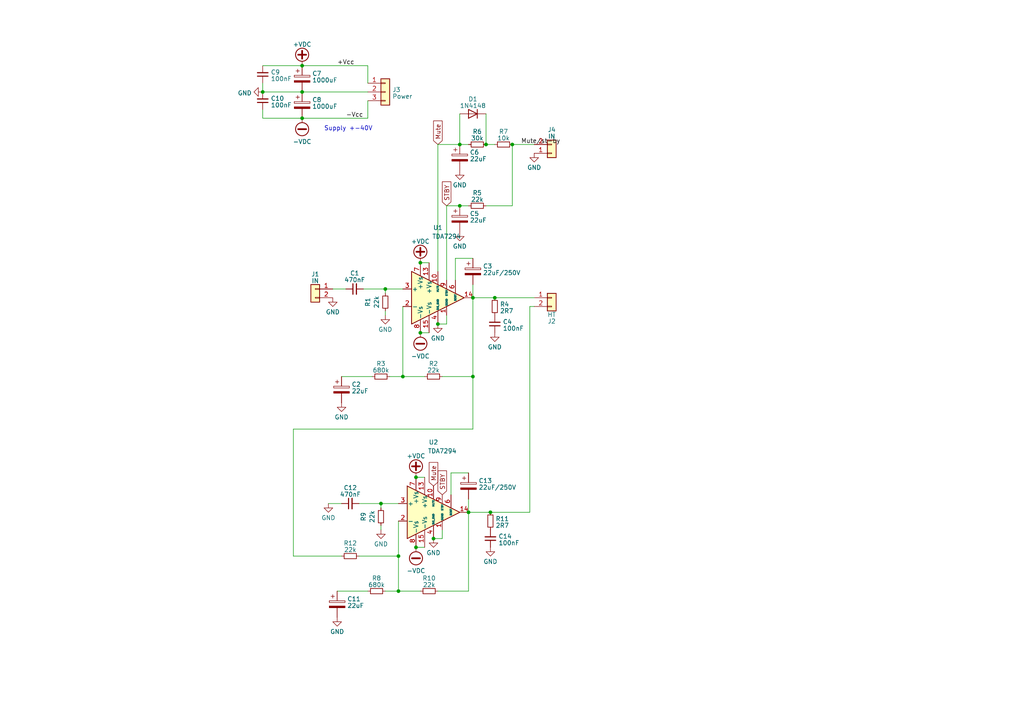
<source format=kicad_sch>
(kicad_sch (version 20231120) (generator "eeschema") (generator_version "8.0")
  (paper "A4")
  (lib_symbols
    (symbol "Amplifier_Audio:TDA7294" (pin_names (offset 0.127))
      (property "Reference" "U" (at 10.16 6.35 0))
      (property "Value" "TDA7294" (at 10.16 3.81 0))
      (symbol "TDA7294_0_1"
        (polyline (pts (xy -7.62 7.62) (xy 7.62 0) (xy -7.62 -7.62) (xy -7.62 7.62)) (stroke (width 0.254)) (fill (type background)))
      )
      (symbol "TDA7294_1_1"
        (pin power_in line (at 2.54 -5.08 90) (length 2.54) (name "SGND") (number "1"))
        (pin input line (at 0 7.62 270) (length 3.81) (name "MUTE") (number "10"))
        (pin no_connect line (at 0 2.54 270) (length 2.54) hide (name "NC") (number "11"))
        (pin no_connect line (at 2.54 2.54 270) (length 2.54) hide (name "NC") (number "12"))
        (pin power_in line (at -2.54 10.16 270) (length 5.08) (name "+Vs") (number "13"))
        (pin output line (at 10.16 0 180) (length 2.54) (name "~") (number "14"))
        (pin power_in line (at -2.54 -10.16 90) (length 5.08) (name "-Vs") (number "15"))
        (pin input line (at -10.16 -2.54 0) (length 2.54) (name "-") (number "2"))
        (pin input line (at -10.16 2.54 0) (length 2.54) (name "+") (number "3"))
        (pin power_in line (at 0 -7.62 90) (length 3.81) (name "SIG_GND") (number "4"))
        (pin no_connect line (at -2.54 2.54 270) (length 2.54) hide (name "NC") (number "5"))
        (pin passive line (at 5.08 5.08 270) (length 3.81) (name "BOOT") (number "6"))
        (pin power_in line (at -5.08 10.16 270) (length 3.81) (name "+Vs") (number "7"))
        (pin power_in line (at -5.08 -10.16 90) (length 3.81) (name "-Vs") (number "8"))
        (pin input line (at 2.54 5.08 270) (length 2.54) (name "STBY") (number "9"))
      )
    )
    (symbol "Connector_Generic:Conn_01x02" (pin_names (offset 1.016) hide)
      (property "Reference" "J" (at 0 2.54 0))
      (property "Value" "Conn_01x02" (at 0 -5.08 0))
      (symbol "Conn_01x02_1_1"
        (rectangle (start -1.27 -2.413) (end 0 -2.667) (stroke (width 0.1524)))
        (rectangle (start -1.27 0.127) (end 0 -0.127) (stroke (width 0.1524)))
        (rectangle (start -1.27 1.27) (end 1.27 -3.81) (stroke (width 0.254)) (fill (type background)))
        (pin passive line (at -5.08 0 0) (length 3.81) (name "Pin_1") (number "1"))
        (pin passive line (at -5.08 -2.54 0) (length 3.81) (name "Pin_2") (number "2"))
      )
    )
    (symbol "Connector_Generic:Conn_01x03" (pin_names (offset 1.016) hide)
      (property "Reference" "J" (at 0 5.08 0))
      (property "Value" "Conn_01x03" (at 0 -5.08 0))
      (symbol "Conn_01x03_1_1"
        (rectangle (start -1.27 -2.413) (end 0 -2.667) (stroke (width 0.1524)))
        (rectangle (start -1.27 0.127) (end 0 -0.127) (stroke (width 0.1524)))
        (rectangle (start -1.27 2.667) (end 0 2.413) (stroke (width 0.1524)))
        (rectangle (start -1.27 3.81) (end 1.27 -3.81) (stroke (width 0.254)) (fill (type background)))
        (pin passive line (at -5.08 2.54 0) (length 3.81) (name "Pin_1") (number "1"))
        (pin passive line (at -5.08 0 0) (length 3.81) (name "Pin_2") (number "2"))
        (pin passive line (at -5.08 -2.54 0) (length 3.81) (name "Pin_3") (number "3"))
      )
    )
    (symbol "Device:C_Polarized" (pin_numbers hide) (pin_names (offset 0.254))
      (property "Reference" "C" (at 0.635 2.54 0))
      (property "Value" "C_Polarized" (at 0.635 -2.54 0))
      (symbol "C_Polarized_0_1"
        (rectangle (start -2.286 0.508) (end 2.286 1.016))
        (polyline (pts (xy -1.778 2.286) (xy -0.762 2.286)))
        (polyline (pts (xy -1.27 2.794) (xy -1.27 1.778)))
        (rectangle (start 2.286 -0.508) (end -2.286 -1.016) (fill (type outline)))
      )
      (symbol "C_Polarized_1_1"
        (pin passive line (at 0 3.81 270) (length 2.794) (name "~") (number "1"))
        (pin passive line (at 0 -3.81 90) (length 2.794) (name "~") (number "2"))
      )
    )
    (symbol "Device:C_Small" (pin_numbers hide) (pin_names (offset 0.254) hide)
      (property "Reference" "C" (at 0.254 1.778 0))
      (property "Value" "C_Small" (at 0.254 -2.032 0))
      (symbol "C_Small_0_1"
        (polyline (pts (xy -1.524 -0.508) (xy 1.524 -0.508)) (stroke (width 0.3302)))
        (polyline (pts (xy -1.524 0.508) (xy 1.524 0.508)) (stroke (width 0.3048)))
      )
      (symbol "C_Small_1_1"
        (pin passive line (at 0 2.54 270) (length 2.032) (name "~") (number "1"))
        (pin passive line (at 0 -2.54 90) (length 2.032) (name "~") (number "2"))
      )
    )
    (symbol "Device:R_Small" (pin_numbers hide) (pin_names (offset 0.254) hide)
      (property "Reference" "R" (at 0.762 0.508 0))
      (property "Value" "R_Small" (at 0.762 -1.016 0))
      (symbol "R_Small_0_1"
        (rectangle (start -0.762 1.778) (end 0.762 -1.778) (stroke (width 0.2032)))
      )
      (symbol "R_Small_1_1"
        (pin passive line (at 0 2.54 270) (length 0.762) (name "~") (number "1"))
        (pin passive line (at 0 -2.54 90) (length 0.762) (name "~") (number "2"))
      )
    )
    (symbol "Diode:1N4148" (pin_numbers hide) (pin_names hide)
      (property "Reference" "D" (at 0 2.54 0))
      (property "Value" "1N4148" (at 0 -2.54 0))
      (symbol "1N4148_0_1"
        (polyline (pts (xy -1.27 1.27) (xy -1.27 -1.27)) (stroke (width 0.254)))
        (polyline (pts (xy 1.27 0) (xy -1.27 0)))
        (polyline (pts (xy 1.27 1.27) (xy 1.27 -1.27) (xy -1.27 0) (xy 1.27 1.27)) (stroke (width 0.254)))
      )
      (symbol "1N4148_1_1"
        (pin passive line (at -3.81 0 0) (length 2.54) (name "K") (number "1"))
        (pin passive line (at 3.81 0 180) (length 2.54) (name "A") (number "2"))
      )
    )
    (symbol "power:+VDC" (power) (pin_names (offset 0))
      (property "Value" "+VDC" (at 0 6.35 0))
      (symbol "+VDC_0_1"
        (polyline (pts (xy -1.143 3.175) (xy 1.143 3.175)) (stroke (width 0.508)))
        (polyline (pts (xy 0 0) (xy 0 1.27)))
        (polyline (pts (xy 0 2.032) (xy 0 4.318)) (stroke (width 0.508)))
        (circle (center 0 3.175) (radius 1.905) (stroke (width 0.254)))
      )
      (symbol "+VDC_1_1"
        (pin power_in line (at 0 0 90) (length 0) hide (name "+VDC") (number "1"))
      )
    )
    (symbol "power:-VDC" (power) (pin_names (offset 0))
      (property "Value" "-VDC" (at 0 6.35 0))
      (symbol "-VDC_0_1"
        (polyline (pts (xy -1.143 3.175) (xy 1.143 3.175)) (stroke (width 0.508)))
        (polyline (pts (xy 0 0) (xy 0 1.27)))
        (circle (center 0 3.175) (radius 1.905) (stroke (width 0.254)))
      )
      (symbol "-VDC_1_1"
        (pin power_in line (at 0 0 90) (length 0) hide (name "-VDC") (number "1"))
      )
    )
    (symbol "power:GND" (power) (pin_names (offset 0))
      (property "Value" "GND" (at 0 -3.81 0))
      (symbol "GND_0_1"
        (polyline (pts (xy 0 0) (xy 0 -1.27) (xy 1.27 -1.27) (xy 0 -2.54) (xy -1.27 -1.27) (xy 0 -1.27)))
      )
      (symbol "GND_1_1"
        (pin power_in line (at 0 0 270) (length 0) hide (name "GND") (number "1"))
      )
    )
  )
  (junction (at 127 93.98))
  (junction (at 111.76 83.82))
  (junction (at 110.49 146.05))
  (junction (at 140.97 41.91))
  (junction (at 87.63 19.05))
  (junction (at 133.35 59.69))
  (junction (at 115.57 161.29))
  (junction (at 115.57 171.45))
  (junction (at 137.16 109.22))
  (junction (at 120.65 158.75))
  (junction (at 87.63 34.29))
  (junction (at 87.63 26.67))
  (junction (at 121.92 96.52))
  (junction (at 143.51 86.36))
  (junction (at 120.65 138.43))
  (junction (at 135.89 148.59))
  (junction (at 121.92 76.2))
  (junction (at 76.2 26.67))
  (junction (at 125.73 156.21))
  (junction (at 133.35 41.91))
  (junction (at 142.24 148.59))
  (junction (at 148.59 41.91))
  (junction (at 137.16 86.36))
  (junction (at 116.84 109.22))
  (wire (pts (xy 87.63 26.67) (xy 106.68 26.67)))
  (wire (pts (xy 129.54 93.98) (xy 129.54 91.44)))
  (wire (pts (xy 140.97 41.91) (xy 143.51 41.91)))
  (wire (pts (xy 106.68 19.05) (xy 106.68 24.13)))
  (wire (pts (xy 116.84 109.22) (xy 123.19 109.22)))
  (wire (pts (xy 111.76 171.45) (xy 115.57 171.45)))
  (wire (pts (xy 110.49 152.4) (xy 110.49 153.67)))
  (wire (pts (xy 129.54 59.69) (xy 133.35 59.69)))
  (wire (pts (xy 140.97 33.02) (xy 140.97 41.91)))
  (wire (pts (xy 130.81 137.16) (xy 135.89 137.16)))
  (wire (pts (xy 128.27 156.21) (xy 128.27 153.67)))
  (wire (pts (xy 135.89 59.69) (xy 133.35 59.69)))
  (wire (pts (xy 111.76 83.82) (xy 116.84 83.82)))
  (wire (pts (xy 125.73 156.21) (xy 128.27 156.21)))
  (wire (pts (xy 76.2 19.05) (xy 87.63 19.05)))
  (wire (pts (xy 87.63 34.29) (xy 106.68 34.29)))
  (wire (pts (xy 127 41.91) (xy 133.35 41.91)))
  (wire (pts (xy 135.89 171.45) (xy 127 171.45)))
  (wire (pts (xy 129.54 59.69) (xy 129.54 81.28)))
  (wire (pts (xy 116.84 88.9) (xy 116.84 109.22)))
  (wire (pts (xy 110.49 147.32) (xy 110.49 146.05)))
  (wire (pts (xy 135.89 144.78) (xy 135.89 148.59)))
  (wire (pts (xy 135.89 41.91) (xy 133.35 41.91)))
  (wire (pts (xy 76.2 26.67) (xy 87.63 26.67)))
  (wire (pts (xy 153.67 148.59) (xy 153.67 88.9)))
  (wire (pts (xy 106.68 34.29) (xy 106.68 29.21)))
  (wire (pts (xy 137.16 124.46) (xy 85.09 124.46)))
  (wire (pts (xy 135.89 148.59) (xy 135.89 171.45)))
  (wire (pts (xy 111.76 90.17) (xy 111.76 91.44)))
  (wire (pts (xy 76.2 31.75) (xy 76.2 34.29)))
  (wire (pts (xy 87.63 19.05) (xy 106.68 19.05)))
  (wire (pts (xy 137.16 109.22) (xy 137.16 124.46)))
  (wire (pts (xy 110.49 146.05) (xy 115.57 146.05)))
  (wire (pts (xy 104.14 146.05) (xy 110.49 146.05)))
  (wire (pts (xy 113.03 109.22) (xy 116.84 109.22)))
  (wire (pts (xy 85.09 161.29) (xy 99.06 161.29)))
  (wire (pts (xy 76.2 34.29) (xy 87.63 34.29)))
  (wire (pts (xy 137.16 86.36) (xy 143.51 86.36)))
  (wire (pts (xy 135.89 148.59) (xy 142.24 148.59)))
  (wire (pts (xy 137.16 82.55) (xy 137.16 86.36)))
  (wire (pts (xy 104.14 161.29) (xy 115.57 161.29)))
  (wire (pts (xy 148.59 41.91) (xy 154.94 41.91)))
  (wire (pts (xy 120.65 158.75) (xy 123.19 158.75)))
  (wire (pts (xy 137.16 86.36) (xy 137.16 109.22)))
  (wire (pts (xy 143.51 86.36) (xy 154.94 86.36)))
  (wire (pts (xy 140.97 59.69) (xy 148.59 59.69)))
  (wire (pts (xy 130.81 143.51) (xy 130.81 137.16)))
  (wire (pts (xy 95.25 146.05) (xy 99.06 146.05)))
  (wire (pts (xy 127 93.98) (xy 129.54 93.98)))
  (wire (pts (xy 148.59 59.69) (xy 148.59 41.91)))
  (wire (pts (xy 111.76 85.09) (xy 111.76 83.82)))
  (wire (pts (xy 142.24 148.59) (xy 153.67 148.59)))
  (wire (pts (xy 115.57 161.29) (xy 115.57 171.45)))
  (wire (pts (xy 85.09 124.46) (xy 85.09 161.29)))
  (wire (pts (xy 153.67 88.9) (xy 154.94 88.9)))
  (wire (pts (xy 105.41 83.82) (xy 111.76 83.82)))
  (wire (pts (xy 115.57 171.45) (xy 121.92 171.45)))
  (wire (pts (xy 121.92 76.2) (xy 124.46 76.2)))
  (wire (pts (xy 132.08 81.28) (xy 132.08 74.93)))
  (wire (pts (xy 96.52 83.82) (xy 100.33 83.82)))
  (wire (pts (xy 132.08 74.93) (xy 137.16 74.93)))
  (wire (pts (xy 99.06 109.22) (xy 107.95 109.22)))
  (wire (pts (xy 137.16 109.22) (xy 128.27 109.22)))
  (wire (pts (xy 97.79 171.45) (xy 106.68 171.45)))
  (wire (pts (xy 127 78.74) (xy 127 41.91)))
  (wire (pts (xy 76.2 24.13) (xy 76.2 26.67)))
  (wire (pts (xy 121.92 96.52) (xy 124.46 96.52)))
  (wire (pts (xy 133.35 33.02) (xy 133.35 41.91)))
  (wire (pts (xy 115.57 151.13) (xy 115.57 161.29)))
  (wire (pts (xy 120.65 138.43) (xy 123.19 138.43)))
  (text "Supply +-40V" (at 93.98 38.1 0) (effects (font (size 1.27 1.27)) (justify left bottom)))
  (label "+Vcc" (at 97.79 19.05 0))
  (label "-Vcc" (at 100.33 34.29 0))
  (label "Mute{slash}st-by" (at 151.13 41.91 0))
  (global_label "STBY" (shape input) (at 129.54 59.69 90) (property "Intersheetrefs" "${INTERSHEET_REFS}" (effects (hide yes))))
  (global_label "Mute" (shape input) (at 125.73 140.97 90) (property "Intersheetrefs" "${INTERSHEET_REFS}" (effects (hide yes))))
  (global_label "STBY" (shape input) (at 128.27 143.51 90) (property "Intersheetrefs" "${INTERSHEET_REFS}" (effects (hide yes))))
  (global_label "Mute" (shape input) (at 127 41.91 90) (property "Intersheetrefs" "${INTERSHEET_REFS}" (effects (hide yes))))
  (symbol (lib_id "Device:C_Polarized") (at 133.35 63.5 0) (unit 1)
    (property "Reference" "C5" (at 136.271 61.9673 0) (effects (justify left)))
    (property "Value" "22uF" (at 136.271 63.8883 0) (effects (justify left)))
    (property "Footprint" "Capacitor_THT:CP_Radial_Tantal_D4.5mm_P5.00mm" (effects (hide yes)))
  )
  (symbol (lib_id "power:GND") (at 143.51 96.52 0) (unit 1)
    (property "Reference" "#PWR04" (effects (hide yes)))
    (property "Value" "GND" (at 143.51 100.6555 0))
  )
  (symbol (lib_id "power:+VDC") (at 87.63 19.05 0) (unit 1)
    (property "Reference" "#PWR011" (effects (hide yes)))
    (property "Value" "+VDC" (at 87.63 12.8811 0))
  )
  (symbol (lib_id "Device:C_Small") (at 101.6 146.05 90) (unit 1)
    (property "Reference" "C12" (at 101.6063 141.478 90))
    (property "Value" "470nF" (at 101.6063 143.399 90))
    (property "Footprint" "Capacitor_THT:C_Disc_D4.3mm_W1.9mm_P5.00mm" (effects (hide yes)))
  )
  (symbol (lib_id "power:GND") (at 111.76 91.44 0) (unit 1)
    (property "Reference" "#PWR01" (effects (hide yes)))
    (property "Value" "GND" (at 111.76 95.5755 0))
  )
  (symbol (lib_id "Device:R_Small") (at 125.73 109.22 90) (unit 1)
    (property "Reference" "R2" (at 125.73 105.4735 90))
    (property "Value" "22k" (at 125.73 107.3945 90))
    (property "Footprint" "Resistor_THT:R_Axial_DIN0204_L3.6mm_D1.6mm_P5.08mm_Horizontal" (effects (hide yes)))
  )
  (symbol (lib_id "power:GND") (at 154.94 44.45 0) (unit 1)
    (property "Reference" "#PWR013" (effects (hide yes)))
    (property "Value" "GND" (at 154.94 48.5855 0))
  )
  (symbol (lib_id "power:GND") (at 99.06 116.84 0) (unit 1)
    (property "Reference" "#PWR02" (effects (hide yes)))
    (property "Value" "GND" (at 99.06 120.9755 0))
  )
  (symbol (lib_id "Device:R_Small") (at 142.24 151.13 0) (unit 1)
    (property "Reference" "R11" (at 143.7386 150.4863 0) (effects (justify left)))
    (property "Value" "2R7" (at 143.7386 152.4073 0) (effects (justify left)))
    (property "Footprint" "Resistor_THT:R_Axial_DIN0207_L6.3mm_D2.5mm_P10.16mm_Horizontal" (effects (hide yes)))
  )
  (symbol (lib_id "Device:R_Small") (at 109.22 171.45 90) (unit 1)
    (property "Reference" "R8" (at 109.22 167.7035 90))
    (property "Value" "680k" (at 109.22 169.6245 90))
    (property "Footprint" "Resistor_THT:R_Axial_DIN0204_L3.6mm_D1.6mm_P5.08mm_Horizontal" (effects (hide yes)))
  )
  (symbol (lib_id "power:-VDC") (at 121.92 96.52 180) (unit 1)
    (property "Reference" "#PWR06" (effects (hide yes)))
    (property "Value" "-VDC" (at 121.92 103.3225 0))
  )
  (symbol (lib_id "Device:C_Small") (at 142.24 156.21 180) (unit 1)
    (property "Reference" "C14" (at 144.5641 155.5599 0) (effects (justify right)))
    (property "Value" "100nF" (at 144.5641 157.4809 0) (effects (justify right)))
    (property "Footprint" "Capacitor_THT:C_Disc_D4.3mm_W1.9mm_P5.00mm" (effects (hide yes)))
  )
  (symbol (lib_id "power:GND") (at 133.35 49.53 0) (unit 1)
    (property "Reference" "#PWR08" (effects (hide yes)))
    (property "Value" "GND" (at 133.35 53.6655 0))
  )
  (symbol (lib_id "power:GND") (at 142.24 158.75 0) (unit 1)
    (property "Reference" "#PWR020" (effects (hide yes)))
    (property "Value" "GND" (at 142.24 162.8855 0))
  )
  (symbol (lib_id "power:GND") (at 125.73 156.21 0) (unit 1)
    (property "Reference" "#PWR019" (effects (hide yes)))
    (property "Value" "GND" (at 125.73 160.3455 0))
  )
  (symbol (lib_id "Device:R_Small") (at 143.51 88.9 0) (unit 1)
    (property "Reference" "R4" (at 145.0086 88.2563 0) (effects (justify left)))
    (property "Value" "2R7" (at 145.0086 90.1773 0) (effects (justify left)))
    (property "Footprint" "Resistor_THT:R_Axial_DIN0207_L6.3mm_D2.5mm_P10.16mm_Horizontal" (effects (hide yes)))
  )
  (symbol (lib_id "power:-VDC") (at 120.65 158.75 180) (unit 1)
    (property "Reference" "#PWR018" (effects (hide yes)))
    (property "Value" "-VDC" (at 120.65 165.5525 0))
  )
  (symbol (lib_id "Device:R_Small") (at 111.76 87.63 180) (unit 1)
    (property "Reference" "R1" (at 106.68 87.63 90))
    (property "Value" "22k" (at 109.22 87.63 90))
    (property "Footprint" "Resistor_THT:R_Axial_DIN0204_L3.6mm_D1.6mm_P5.08mm_Horizontal" (effects (hide yes)))
  )
  (symbol (lib_id "Device:C_Polarized") (at 87.63 30.48 0) (unit 1)
    (property "Reference" "C8" (at 90.551 28.9473 0) (effects (justify left)))
    (property "Value" "1000uF" (at 90.551 30.8683 0) (effects (justify left)))
    (property "Footprint" "Capacitor_THT:CP_Radial_D12.5mm_P5.00mm" (effects (hide yes)))
  )
  (symbol (lib_id "Amplifier_Audio:TDA7294") (at 125.73 148.59 0) (unit 1)
    (property "Reference" "U2" (at 125.73 128.27 0))
    (property "Value" "TDA7294" (at 128.27 130.81 0))
    (property "Footprint" "Package_TO_SOT_THT:TO-220-15_P2.54x2.54mm_StaggerOdd_Lead4.58mm_Vertical" (effects (hide yes)))
    (property "Datasheet" "http://www.st.com/resource/en/datasheet/tda7294.pdf" (effects (hide yes)))
  )
  (symbol (lib_id "Diode:1N4148") (at 137.16 33.02 180) (unit 1)
    (property "Reference" "D1" (at 137.16 28.7401 0))
    (property "Value" "1N4148" (at 137.16 30.6611 0))
    (property "Footprint" "Diode_THT:D_DO-35_SOD27_P7.62mm_Horizontal" (effects (hide yes)))
    (property "Datasheet" "https://assets.nexperia.com/documents/data-sheet/1N4148_1N4448.pdf" (effects (hide yes)))
    (property "Sim.Device" "D" (effects (hide yes)))
    (property "Sim.Pins" "1=K 2=A" (effects (hide yes)))
  )
  (symbol (lib_id "Device:C_Small") (at 102.87 83.82 90) (unit 1)
    (property "Reference" "C1" (at 102.8763 79.248 90))
    (property "Value" "470nF" (at 102.8763 81.169 90))
    (property "Footprint" "Capacitor_THT:C_Disc_D5.0mm_W2.5mm_P5.00mm" (effects (hide yes)))
  )
  (symbol (lib_id "power:GND") (at 97.79 179.07 0) (unit 1)
    (property "Reference" "#PWR015" (effects (hide yes)))
    (property "Value" "GND" (at 97.79 183.2055 0))
  )
  (symbol (lib_id "Device:C_Polarized") (at 135.89 140.97 0) (unit 1)
    (property "Reference" "C13" (at 138.811 139.4373 0) (effects (justify left)))
    (property "Value" "22uF/250V" (at 138.811 141.3583 0) (effects (justify left)))
    (property "Footprint" "Capacitor_THT:CP_Radial_D8.0mm_P5.00mm" (effects (hide yes)))
  )
  (symbol (lib_id "power:GND") (at 76.2 26.67 270) (unit 1)
    (property "Reference" "#PWR012" (effects (hide yes)))
    (property "Value" "GND" (at 73.0251 26.9868 90) (effects (justify right)))
  )
  (symbol (lib_id "power:+VDC") (at 121.92 76.2 0) (unit 1)
    (property "Reference" "#PWR05" (effects (hide yes)))
    (property "Value" "+VDC" (at 121.92 70.0311 0))
  )
  (symbol (lib_id "Device:C_Polarized") (at 133.35 45.72 0) (unit 1)
    (property "Reference" "C6" (at 136.271 44.1873 0) (effects (justify left)))
    (property "Value" "22uF" (at 136.271 46.1083 0) (effects (justify left)))
    (property "Footprint" "Capacitor_THT:CP_Radial_Tantal_D4.5mm_P5.00mm" (effects (hide yes)))
  )
  (symbol (lib_id "Connector_Generic:Conn_01x02") (at 91.44 83.82 0) (mirror y) (unit 1)
    (property "Reference" "J1" (at 91.44 79.5401 0))
    (property "Value" "IN" (at 91.44 81.4611 0))
    (property "Footprint" "Connector_Molex:Molex_Nano-Fit_105313-xx02_1x02_P2.50mm_Horizontal" (effects (hide yes)))
  )
  (symbol (lib_id "Device:R_Small") (at 124.46 171.45 90) (unit 1)
    (property "Reference" "R10" (at 124.46 167.7035 90))
    (property "Value" "22k" (at 124.46 169.6245 90))
    (property "Footprint" "Resistor_THT:R_Axial_DIN0204_L3.6mm_D1.6mm_P5.08mm_Horizontal" (effects (hide yes)))
  )
  (symbol (lib_id "power:GND") (at 96.52 86.36 0) (unit 1)
    (property "Reference" "#PWR09" (effects (hide yes)))
    (property "Value" "GND" (at 96.52 90.4955 0))
  )
  (symbol (lib_id "Device:C_Small") (at 76.2 29.21 180) (unit 1)
    (property "Reference" "C10" (at 78.5241 28.5599 0) (effects (justify right)))
    (property "Value" "100nF" (at 78.5241 30.4809 0) (effects (justify right)))
    (property "Footprint" "Capacitor_THT:C_Disc_D4.3mm_W1.9mm_P5.00mm" (effects (hide yes)))
  )
  (symbol (lib_id "power:GND") (at 127 93.98 0) (unit 1)
    (property "Reference" "#PWR03" (effects (hide yes)))
    (property "Value" "GND" (at 127 98.1155 0))
  )
  (symbol (lib_id "Device:C_Small") (at 76.2 21.59 180) (unit 1)
    (property "Reference" "C9" (at 78.5241 20.9399 0) (effects (justify right)))
    (property "Value" "100nF" (at 78.5241 22.8609 0) (effects (justify right)))
    (property "Footprint" "Capacitor_THT:C_Disc_D4.3mm_W1.9mm_P5.00mm" (effects (hide yes)))
  )
  (symbol (lib_id "Device:C_Polarized") (at 99.06 113.03 0) (unit 1)
    (property "Reference" "C2" (at 101.981 111.4973 0) (effects (justify left)))
    (property "Value" "22uF" (at 101.981 113.4183 0) (effects (justify left)))
    (property "Footprint" "Capacitor_THT:CP_Radial_D8.0mm_P5.00mm" (effects (hide yes)))
  )
  (symbol (lib_id "Device:C_Polarized") (at 137.16 78.74 0) (unit 1)
    (property "Reference" "C3" (at 140.081 77.2073 0) (effects (justify left)))
    (property "Value" "22uF/250V" (at 140.081 79.1283 0) (effects (justify left)))
    (property "Footprint" "Capacitor_THT:CP_Radial_D8.0mm_P5.00mm" (effects (hide yes)))
  )
  (symbol (lib_id "Device:C_Polarized") (at 87.63 22.86 0) (unit 1)
    (property "Reference" "C7" (at 90.551 21.3273 0) (effects (justify left)))
    (property "Value" "1000uF" (at 90.551 23.2483 0) (effects (justify left)))
    (property "Footprint" "Capacitor_THT:CP_Radial_D12.5mm_P5.00mm" (effects (hide yes)))
  )
  (symbol (lib_id "Device:R_Small") (at 110.49 149.86 180) (unit 1)
    (property "Reference" "R9" (at 105.41 149.86 90))
    (property "Value" "22k" (at 107.95 149.86 90))
    (property "Footprint" "Resistor_THT:R_Axial_DIN0204_L3.6mm_D1.6mm_P5.08mm_Horizontal" (effects (hide yes)))
  )
  (symbol (lib_id "power:GND") (at 133.35 67.31 0) (unit 1)
    (property "Reference" "#PWR07" (effects (hide yes)))
    (property "Value" "GND" (at 133.35 71.4455 0))
  )
  (symbol (lib_id "power:GND") (at 110.49 153.67 0) (unit 1)
    (property "Reference" "#PWR016" (effects (hide yes)))
    (property "Value" "GND" (at 110.49 157.8055 0))
  )
  (symbol (lib_id "Device:R_Small") (at 101.6 161.29 90) (unit 1)
    (property "Reference" "R12" (at 101.6 157.5435 90))
    (property "Value" "22k" (at 101.6 159.4645 90))
    (property "Footprint" "Resistor_THT:R_Axial_DIN0204_L3.6mm_D1.6mm_P5.08mm_Horizontal" (effects (hide yes)))
  )
  (symbol (lib_id "Device:R_Small") (at 146.05 41.91 90) (unit 1)
    (property "Reference" "R7" (at 146.05 38.1635 90))
    (property "Value" "10k" (at 146.05 40.0845 90))
    (property "Footprint" "Resistor_THT:R_Axial_DIN0204_L3.6mm_D1.6mm_P5.08mm_Horizontal" (effects (hide yes)))
  )
  (symbol (lib_id "Device:R_Small") (at 110.49 109.22 90) (unit 1)
    (property "Reference" "R3" (at 110.49 105.4735 90))
    (property "Value" "680k" (at 110.49 107.3945 90))
    (property "Footprint" "Resistor_THT:R_Axial_DIN0204_L3.6mm_D1.6mm_P5.08mm_Horizontal" (effects (hide yes)))
  )
  (symbol (lib_id "power:+VDC") (at 120.65 138.43 0) (unit 1)
    (property "Reference" "#PWR017" (effects (hide yes)))
    (property "Value" "+VDC" (at 120.65 132.2611 0))
  )
  (symbol (lib_id "Device:C_Small") (at 143.51 93.98 180) (unit 1)
    (property "Reference" "C4" (at 145.8341 93.3299 0) (effects (justify right)))
    (property "Value" "100nF" (at 145.8341 95.2509 0) (effects (justify right)))
    (property "Footprint" "Capacitor_THT:C_Disc_D4.3mm_W1.9mm_P5.00mm" (effects (hide yes)))
  )
  (symbol (lib_id "Device:R_Small") (at 138.43 41.91 90) (unit 1)
    (property "Reference" "R6" (at 138.43 38.1635 90))
    (property "Value" "30k" (at 138.43 40.0845 90))
    (property "Footprint" "Resistor_THT:R_Axial_DIN0204_L3.6mm_D1.6mm_P5.08mm_Horizontal" (effects (hide yes)))
  )
  (symbol (lib_id "Connector_Generic:Conn_01x02") (at 160.02 86.36 0) (unit 1)
    (property "Reference" "J2" (at 160.02 93.1799 0))
    (property "Value" "HT" (at 160.02 91.2589 0))
    (property "Footprint" "Connector_Phoenix_MSTB:PhoenixContact_MSTBVA_2,5_2-G_1x02_P5.00mm_Vertical" (effects (hide yes)))
  )
  (symbol (lib_id "power:GND") (at 95.25 146.05 0) (unit 1)
    (property "Reference" "#PWR014" (effects (hide yes)))
    (property "Value" "GND" (at 95.25 150.1855 0))
  )
  (symbol (lib_id "Device:R_Small") (at 138.43 59.69 90) (unit 1)
    (property "Reference" "R5" (at 138.43 55.9435 90))
    (property "Value" "22k" (at 138.43 57.8645 90))
    (property "Footprint" "Resistor_THT:R_Axial_DIN0204_L3.6mm_D1.6mm_P5.08mm_Horizontal" (effects (hide yes)))
  )
  (symbol (lib_id "Amplifier_Audio:TDA7294") (at 127 86.36 0) (unit 1)
    (property "Reference" "U1" (at 127 66.04 0))
    (property "Value" "TDA7294" (at 129.54 68.58 0))
    (property "Footprint" "Package_TO_SOT_THT:TO-220-15_P2.54x2.54mm_StaggerOdd_Lead4.58mm_Vertical" (effects (hide yes)))
    (property "Datasheet" "http://www.st.com/resource/en/datasheet/tda7294.pdf" (effects (hide yes)))
  )
  (symbol (lib_id "Device:C_Polarized") (at 97.79 175.26 0) (unit 1)
    (property "Reference" "C11" (at 100.711 173.7273 0) (effects (justify left)))
    (property "Value" "22uF" (at 100.711 175.6483 0) (effects (justify left)))
    (property "Footprint" "Capacitor_THT:CP_Radial_D8.0mm_P5.00mm" (effects (hide yes)))
  )
  (symbol (lib_id "power:-VDC") (at 87.63 34.29 180) (unit 1)
    (property "Reference" "#PWR010" (effects (hide yes)))
    (property "Value" "-VDC" (at 87.63 41.0925 0))
  )
  (symbol (lib_id "Connector_Generic:Conn_01x03") (at 111.76 26.67 0) (unit 1)
    (property "Reference" "J3" (at 113.792 26.0263 0) (effects (justify left)))
    (property "Value" "Power" (at 113.792 27.9473 0) (effects (justify left)))
    (property "Footprint" "Connector_Phoenix_MSTB:PhoenixContact_MSTBVA_2,5_3-G_1x03_P5.00mm_Vertical" (effects (hide yes)))
  )
  (symbol (lib_id "Connector_Generic:Conn_01x02") (at 160.02 44.45 0) (mirror x) (unit 1)
    (property "Reference" "J4" (at 160.02 37.6301 0))
    (property "Value" "IN" (at 160.02 39.5511 0))
    (property "Footprint" "Connector_Molex:Molex_Nano-Fit_105313-xx02_1x02_P2.50mm_Horizontal" (effects (hide yes)))
  )
)
</source>
